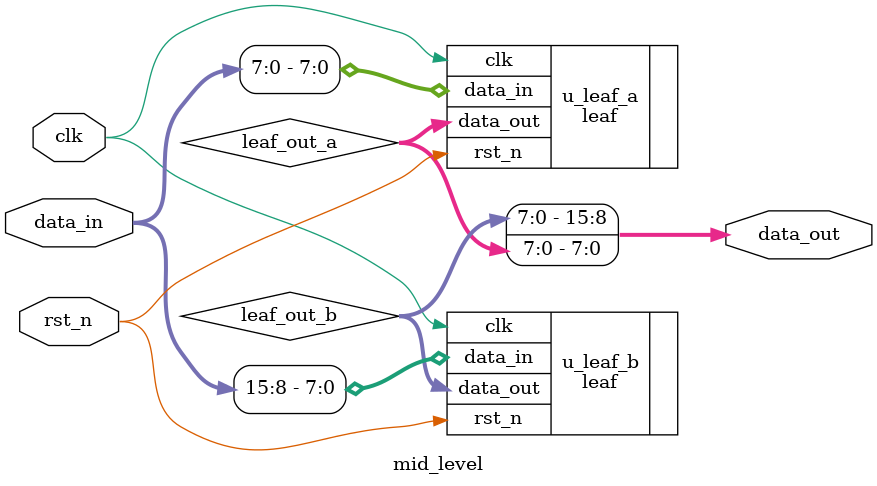
<source format=sv>

module mid_level (
  input logic clk,
  input logic rst_n,
  input logic [15:0] data_in,
  output logic [15:0] data_out
);
  
  logic [7:0] leaf_out_a, leaf_out_b;
  
  leaf u_leaf_a (
    .clk(clk),
    .rst_n(rst_n),
    .data_in(data_in[7:0]),
    .data_out(leaf_out_a)
  );
  
  leaf u_leaf_b (
    .clk(clk),
    .rst_n(rst_n),
    .data_in(data_in[15:8]),
    .data_out(leaf_out_b)
  );
  
  assign data_out = {leaf_out_b, leaf_out_a};
  
endmodule


</source>
